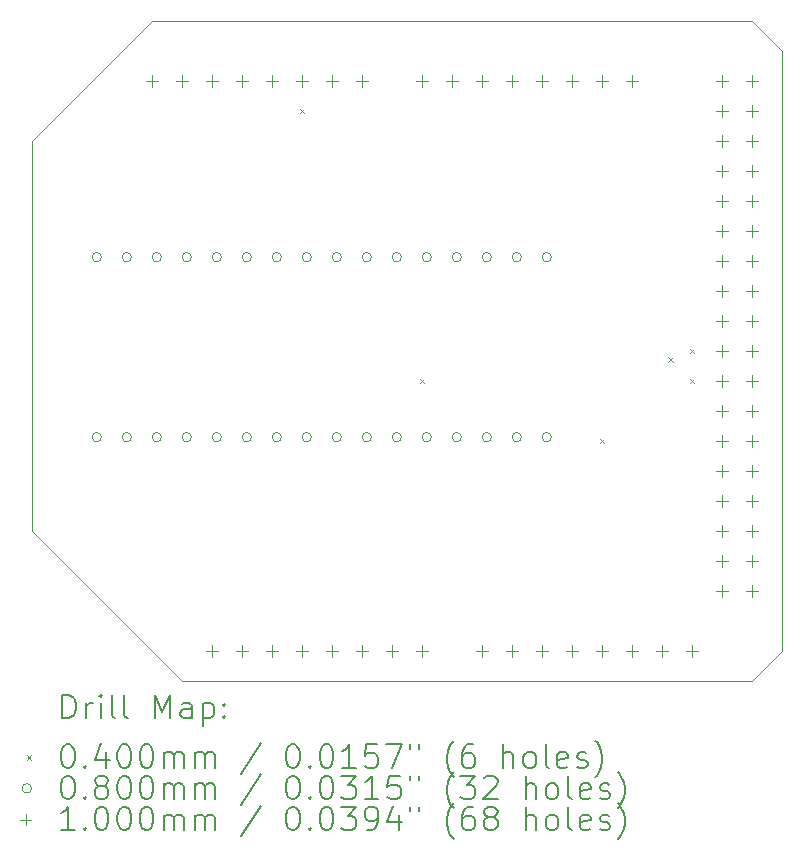
<source format=gbr>
%TF.GenerationSoftware,KiCad,Pcbnew,7.0.10*%
%TF.CreationDate,2024-01-13T22:46:58-05:00*%
%TF.ProjectId,NOR Flasher,4e4f5220-466c-4617-9368-65722e6b6963,rev?*%
%TF.SameCoordinates,Original*%
%TF.FileFunction,Drillmap*%
%TF.FilePolarity,Positive*%
%FSLAX45Y45*%
G04 Gerber Fmt 4.5, Leading zero omitted, Abs format (unit mm)*
G04 Created by KiCad (PCBNEW 7.0.10) date 2024-01-13 22:46:58*
%MOMM*%
%LPD*%
G01*
G04 APERTURE LIST*
%ADD10C,0.100000*%
%ADD11C,0.200000*%
G04 APERTURE END LIST*
D10*
X13208000Y-6350000D02*
X12954000Y-6604000D01*
X18288000Y-6350000D02*
X13208000Y-6350000D01*
X18542000Y-6604000D02*
X18288000Y-6350000D01*
X18542000Y-6858000D02*
X18542000Y-6604000D01*
X18542000Y-6858000D02*
X18542000Y-11684000D01*
X12192000Y-10668000D02*
X12192000Y-7620000D01*
X12192000Y-7366000D02*
X12954000Y-6604000D01*
X12192000Y-7620000D02*
X12192000Y-7366000D01*
X18288000Y-11938000D02*
X13462000Y-11938000D01*
X13462000Y-11938000D02*
X12192000Y-10668000D01*
X18542000Y-11684000D02*
X18288000Y-11938000D01*
D11*
D10*
X14458000Y-7092000D02*
X14498000Y-7132000D01*
X14498000Y-7092000D02*
X14458000Y-7132000D01*
X15474000Y-9378000D02*
X15514000Y-9418000D01*
X15514000Y-9378000D02*
X15474000Y-9418000D01*
X16998000Y-9886000D02*
X17038000Y-9926000D01*
X17038000Y-9886000D02*
X16998000Y-9926000D01*
X17577454Y-9195455D02*
X17617454Y-9235455D01*
X17617454Y-9195455D02*
X17577454Y-9235455D01*
X17760000Y-9124000D02*
X17800000Y-9164000D01*
X17800000Y-9124000D02*
X17760000Y-9164000D01*
X17760000Y-9378000D02*
X17800000Y-9418000D01*
X17800000Y-9378000D02*
X17760000Y-9418000D01*
X12780000Y-8350000D02*
G75*
G03*
X12700000Y-8350000I-40000J0D01*
G01*
X12700000Y-8350000D02*
G75*
G03*
X12780000Y-8350000I40000J0D01*
G01*
X12780000Y-9874000D02*
G75*
G03*
X12700000Y-9874000I-40000J0D01*
G01*
X12700000Y-9874000D02*
G75*
G03*
X12780000Y-9874000I40000J0D01*
G01*
X13034000Y-8350000D02*
G75*
G03*
X12954000Y-8350000I-40000J0D01*
G01*
X12954000Y-8350000D02*
G75*
G03*
X13034000Y-8350000I40000J0D01*
G01*
X13034000Y-9874000D02*
G75*
G03*
X12954000Y-9874000I-40000J0D01*
G01*
X12954000Y-9874000D02*
G75*
G03*
X13034000Y-9874000I40000J0D01*
G01*
X13288000Y-8350000D02*
G75*
G03*
X13208000Y-8350000I-40000J0D01*
G01*
X13208000Y-8350000D02*
G75*
G03*
X13288000Y-8350000I40000J0D01*
G01*
X13288000Y-9874000D02*
G75*
G03*
X13208000Y-9874000I-40000J0D01*
G01*
X13208000Y-9874000D02*
G75*
G03*
X13288000Y-9874000I40000J0D01*
G01*
X13542000Y-8350000D02*
G75*
G03*
X13462000Y-8350000I-40000J0D01*
G01*
X13462000Y-8350000D02*
G75*
G03*
X13542000Y-8350000I40000J0D01*
G01*
X13542000Y-9874000D02*
G75*
G03*
X13462000Y-9874000I-40000J0D01*
G01*
X13462000Y-9874000D02*
G75*
G03*
X13542000Y-9874000I40000J0D01*
G01*
X13796000Y-8350000D02*
G75*
G03*
X13716000Y-8350000I-40000J0D01*
G01*
X13716000Y-8350000D02*
G75*
G03*
X13796000Y-8350000I40000J0D01*
G01*
X13796000Y-9874000D02*
G75*
G03*
X13716000Y-9874000I-40000J0D01*
G01*
X13716000Y-9874000D02*
G75*
G03*
X13796000Y-9874000I40000J0D01*
G01*
X14050000Y-8350000D02*
G75*
G03*
X13970000Y-8350000I-40000J0D01*
G01*
X13970000Y-8350000D02*
G75*
G03*
X14050000Y-8350000I40000J0D01*
G01*
X14050000Y-9874000D02*
G75*
G03*
X13970000Y-9874000I-40000J0D01*
G01*
X13970000Y-9874000D02*
G75*
G03*
X14050000Y-9874000I40000J0D01*
G01*
X14304000Y-8350000D02*
G75*
G03*
X14224000Y-8350000I-40000J0D01*
G01*
X14224000Y-8350000D02*
G75*
G03*
X14304000Y-8350000I40000J0D01*
G01*
X14304000Y-9874000D02*
G75*
G03*
X14224000Y-9874000I-40000J0D01*
G01*
X14224000Y-9874000D02*
G75*
G03*
X14304000Y-9874000I40000J0D01*
G01*
X14558000Y-8350000D02*
G75*
G03*
X14478000Y-8350000I-40000J0D01*
G01*
X14478000Y-8350000D02*
G75*
G03*
X14558000Y-8350000I40000J0D01*
G01*
X14558000Y-9874000D02*
G75*
G03*
X14478000Y-9874000I-40000J0D01*
G01*
X14478000Y-9874000D02*
G75*
G03*
X14558000Y-9874000I40000J0D01*
G01*
X14812000Y-8350000D02*
G75*
G03*
X14732000Y-8350000I-40000J0D01*
G01*
X14732000Y-8350000D02*
G75*
G03*
X14812000Y-8350000I40000J0D01*
G01*
X14812000Y-9874000D02*
G75*
G03*
X14732000Y-9874000I-40000J0D01*
G01*
X14732000Y-9874000D02*
G75*
G03*
X14812000Y-9874000I40000J0D01*
G01*
X15066000Y-8350000D02*
G75*
G03*
X14986000Y-8350000I-40000J0D01*
G01*
X14986000Y-8350000D02*
G75*
G03*
X15066000Y-8350000I40000J0D01*
G01*
X15066000Y-9874000D02*
G75*
G03*
X14986000Y-9874000I-40000J0D01*
G01*
X14986000Y-9874000D02*
G75*
G03*
X15066000Y-9874000I40000J0D01*
G01*
X15320000Y-8350000D02*
G75*
G03*
X15240000Y-8350000I-40000J0D01*
G01*
X15240000Y-8350000D02*
G75*
G03*
X15320000Y-8350000I40000J0D01*
G01*
X15320000Y-9874000D02*
G75*
G03*
X15240000Y-9874000I-40000J0D01*
G01*
X15240000Y-9874000D02*
G75*
G03*
X15320000Y-9874000I40000J0D01*
G01*
X15574000Y-8350000D02*
G75*
G03*
X15494000Y-8350000I-40000J0D01*
G01*
X15494000Y-8350000D02*
G75*
G03*
X15574000Y-8350000I40000J0D01*
G01*
X15574000Y-9874000D02*
G75*
G03*
X15494000Y-9874000I-40000J0D01*
G01*
X15494000Y-9874000D02*
G75*
G03*
X15574000Y-9874000I40000J0D01*
G01*
X15828000Y-8350000D02*
G75*
G03*
X15748000Y-8350000I-40000J0D01*
G01*
X15748000Y-8350000D02*
G75*
G03*
X15828000Y-8350000I40000J0D01*
G01*
X15828000Y-9874000D02*
G75*
G03*
X15748000Y-9874000I-40000J0D01*
G01*
X15748000Y-9874000D02*
G75*
G03*
X15828000Y-9874000I40000J0D01*
G01*
X16082000Y-8350000D02*
G75*
G03*
X16002000Y-8350000I-40000J0D01*
G01*
X16002000Y-8350000D02*
G75*
G03*
X16082000Y-8350000I40000J0D01*
G01*
X16082000Y-9874000D02*
G75*
G03*
X16002000Y-9874000I-40000J0D01*
G01*
X16002000Y-9874000D02*
G75*
G03*
X16082000Y-9874000I40000J0D01*
G01*
X16336000Y-8350000D02*
G75*
G03*
X16256000Y-8350000I-40000J0D01*
G01*
X16256000Y-8350000D02*
G75*
G03*
X16336000Y-8350000I40000J0D01*
G01*
X16336000Y-9874000D02*
G75*
G03*
X16256000Y-9874000I-40000J0D01*
G01*
X16256000Y-9874000D02*
G75*
G03*
X16336000Y-9874000I40000J0D01*
G01*
X16590000Y-8350000D02*
G75*
G03*
X16510000Y-8350000I-40000J0D01*
G01*
X16510000Y-8350000D02*
G75*
G03*
X16590000Y-8350000I40000J0D01*
G01*
X16590000Y-9874000D02*
G75*
G03*
X16510000Y-9874000I-40000J0D01*
G01*
X16510000Y-9874000D02*
G75*
G03*
X16590000Y-9874000I40000J0D01*
G01*
X13208000Y-6808000D02*
X13208000Y-6908000D01*
X13158000Y-6858000D02*
X13258000Y-6858000D01*
X13462000Y-6808000D02*
X13462000Y-6908000D01*
X13412000Y-6858000D02*
X13512000Y-6858000D01*
X13716000Y-6808000D02*
X13716000Y-6908000D01*
X13666000Y-6858000D02*
X13766000Y-6858000D01*
X13716000Y-11634000D02*
X13716000Y-11734000D01*
X13666000Y-11684000D02*
X13766000Y-11684000D01*
X13970000Y-6808000D02*
X13970000Y-6908000D01*
X13920000Y-6858000D02*
X14020000Y-6858000D01*
X13970000Y-11634000D02*
X13970000Y-11734000D01*
X13920000Y-11684000D02*
X14020000Y-11684000D01*
X14224000Y-6808000D02*
X14224000Y-6908000D01*
X14174000Y-6858000D02*
X14274000Y-6858000D01*
X14224000Y-11634000D02*
X14224000Y-11734000D01*
X14174000Y-11684000D02*
X14274000Y-11684000D01*
X14478000Y-6808000D02*
X14478000Y-6908000D01*
X14428000Y-6858000D02*
X14528000Y-6858000D01*
X14478000Y-11634000D02*
X14478000Y-11734000D01*
X14428000Y-11684000D02*
X14528000Y-11684000D01*
X14732000Y-6808000D02*
X14732000Y-6908000D01*
X14682000Y-6858000D02*
X14782000Y-6858000D01*
X14732000Y-11634000D02*
X14732000Y-11734000D01*
X14682000Y-11684000D02*
X14782000Y-11684000D01*
X14986000Y-6808000D02*
X14986000Y-6908000D01*
X14936000Y-6858000D02*
X15036000Y-6858000D01*
X14986000Y-11634000D02*
X14986000Y-11734000D01*
X14936000Y-11684000D02*
X15036000Y-11684000D01*
X15240000Y-11634000D02*
X15240000Y-11734000D01*
X15190000Y-11684000D02*
X15290000Y-11684000D01*
X15494000Y-6808000D02*
X15494000Y-6908000D01*
X15444000Y-6858000D02*
X15544000Y-6858000D01*
X15494000Y-11634000D02*
X15494000Y-11734000D01*
X15444000Y-11684000D02*
X15544000Y-11684000D01*
X15748000Y-6808000D02*
X15748000Y-6908000D01*
X15698000Y-6858000D02*
X15798000Y-6858000D01*
X16002000Y-6808000D02*
X16002000Y-6908000D01*
X15952000Y-6858000D02*
X16052000Y-6858000D01*
X16002000Y-11634000D02*
X16002000Y-11734000D01*
X15952000Y-11684000D02*
X16052000Y-11684000D01*
X16256000Y-6808000D02*
X16256000Y-6908000D01*
X16206000Y-6858000D02*
X16306000Y-6858000D01*
X16256000Y-11634000D02*
X16256000Y-11734000D01*
X16206000Y-11684000D02*
X16306000Y-11684000D01*
X16510000Y-6808000D02*
X16510000Y-6908000D01*
X16460000Y-6858000D02*
X16560000Y-6858000D01*
X16510000Y-11634000D02*
X16510000Y-11734000D01*
X16460000Y-11684000D02*
X16560000Y-11684000D01*
X16764000Y-6808000D02*
X16764000Y-6908000D01*
X16714000Y-6858000D02*
X16814000Y-6858000D01*
X16764000Y-11634000D02*
X16764000Y-11734000D01*
X16714000Y-11684000D02*
X16814000Y-11684000D01*
X17018000Y-6808000D02*
X17018000Y-6908000D01*
X16968000Y-6858000D02*
X17068000Y-6858000D01*
X17018000Y-11634000D02*
X17018000Y-11734000D01*
X16968000Y-11684000D02*
X17068000Y-11684000D01*
X17272000Y-6808000D02*
X17272000Y-6908000D01*
X17222000Y-6858000D02*
X17322000Y-6858000D01*
X17272000Y-11634000D02*
X17272000Y-11734000D01*
X17222000Y-11684000D02*
X17322000Y-11684000D01*
X17526000Y-11634000D02*
X17526000Y-11734000D01*
X17476000Y-11684000D02*
X17576000Y-11684000D01*
X17780000Y-11634000D02*
X17780000Y-11734000D01*
X17730000Y-11684000D02*
X17830000Y-11684000D01*
X18034000Y-6808000D02*
X18034000Y-6908000D01*
X17984000Y-6858000D02*
X18084000Y-6858000D01*
X18034000Y-7062000D02*
X18034000Y-7162000D01*
X17984000Y-7112000D02*
X18084000Y-7112000D01*
X18034000Y-7316000D02*
X18034000Y-7416000D01*
X17984000Y-7366000D02*
X18084000Y-7366000D01*
X18034000Y-7570000D02*
X18034000Y-7670000D01*
X17984000Y-7620000D02*
X18084000Y-7620000D01*
X18034000Y-7824000D02*
X18034000Y-7924000D01*
X17984000Y-7874000D02*
X18084000Y-7874000D01*
X18034000Y-8078000D02*
X18034000Y-8178000D01*
X17984000Y-8128000D02*
X18084000Y-8128000D01*
X18034000Y-8332000D02*
X18034000Y-8432000D01*
X17984000Y-8382000D02*
X18084000Y-8382000D01*
X18034000Y-8586000D02*
X18034000Y-8686000D01*
X17984000Y-8636000D02*
X18084000Y-8636000D01*
X18034000Y-8840000D02*
X18034000Y-8940000D01*
X17984000Y-8890000D02*
X18084000Y-8890000D01*
X18034000Y-9094000D02*
X18034000Y-9194000D01*
X17984000Y-9144000D02*
X18084000Y-9144000D01*
X18034000Y-9348000D02*
X18034000Y-9448000D01*
X17984000Y-9398000D02*
X18084000Y-9398000D01*
X18034000Y-9602000D02*
X18034000Y-9702000D01*
X17984000Y-9652000D02*
X18084000Y-9652000D01*
X18034000Y-9856000D02*
X18034000Y-9956000D01*
X17984000Y-9906000D02*
X18084000Y-9906000D01*
X18034000Y-10110000D02*
X18034000Y-10210000D01*
X17984000Y-10160000D02*
X18084000Y-10160000D01*
X18034000Y-10364000D02*
X18034000Y-10464000D01*
X17984000Y-10414000D02*
X18084000Y-10414000D01*
X18034000Y-10618000D02*
X18034000Y-10718000D01*
X17984000Y-10668000D02*
X18084000Y-10668000D01*
X18034000Y-10872000D02*
X18034000Y-10972000D01*
X17984000Y-10922000D02*
X18084000Y-10922000D01*
X18034000Y-11126000D02*
X18034000Y-11226000D01*
X17984000Y-11176000D02*
X18084000Y-11176000D01*
X18288000Y-6808000D02*
X18288000Y-6908000D01*
X18238000Y-6858000D02*
X18338000Y-6858000D01*
X18288000Y-7062000D02*
X18288000Y-7162000D01*
X18238000Y-7112000D02*
X18338000Y-7112000D01*
X18288000Y-7316000D02*
X18288000Y-7416000D01*
X18238000Y-7366000D02*
X18338000Y-7366000D01*
X18288000Y-7570000D02*
X18288000Y-7670000D01*
X18238000Y-7620000D02*
X18338000Y-7620000D01*
X18288000Y-7824000D02*
X18288000Y-7924000D01*
X18238000Y-7874000D02*
X18338000Y-7874000D01*
X18288000Y-8078000D02*
X18288000Y-8178000D01*
X18238000Y-8128000D02*
X18338000Y-8128000D01*
X18288000Y-8332000D02*
X18288000Y-8432000D01*
X18238000Y-8382000D02*
X18338000Y-8382000D01*
X18288000Y-8586000D02*
X18288000Y-8686000D01*
X18238000Y-8636000D02*
X18338000Y-8636000D01*
X18288000Y-8840000D02*
X18288000Y-8940000D01*
X18238000Y-8890000D02*
X18338000Y-8890000D01*
X18288000Y-9094000D02*
X18288000Y-9194000D01*
X18238000Y-9144000D02*
X18338000Y-9144000D01*
X18288000Y-9348000D02*
X18288000Y-9448000D01*
X18238000Y-9398000D02*
X18338000Y-9398000D01*
X18288000Y-9602000D02*
X18288000Y-9702000D01*
X18238000Y-9652000D02*
X18338000Y-9652000D01*
X18288000Y-9856000D02*
X18288000Y-9956000D01*
X18238000Y-9906000D02*
X18338000Y-9906000D01*
X18288000Y-10110000D02*
X18288000Y-10210000D01*
X18238000Y-10160000D02*
X18338000Y-10160000D01*
X18288000Y-10364000D02*
X18288000Y-10464000D01*
X18238000Y-10414000D02*
X18338000Y-10414000D01*
X18288000Y-10618000D02*
X18288000Y-10718000D01*
X18238000Y-10668000D02*
X18338000Y-10668000D01*
X18288000Y-10872000D02*
X18288000Y-10972000D01*
X18238000Y-10922000D02*
X18338000Y-10922000D01*
X18288000Y-11126000D02*
X18288000Y-11226000D01*
X18238000Y-11176000D02*
X18338000Y-11176000D01*
D11*
X12447777Y-12254484D02*
X12447777Y-12054484D01*
X12447777Y-12054484D02*
X12495396Y-12054484D01*
X12495396Y-12054484D02*
X12523967Y-12064008D01*
X12523967Y-12064008D02*
X12543015Y-12083055D01*
X12543015Y-12083055D02*
X12552539Y-12102103D01*
X12552539Y-12102103D02*
X12562062Y-12140198D01*
X12562062Y-12140198D02*
X12562062Y-12168769D01*
X12562062Y-12168769D02*
X12552539Y-12206865D01*
X12552539Y-12206865D02*
X12543015Y-12225912D01*
X12543015Y-12225912D02*
X12523967Y-12244960D01*
X12523967Y-12244960D02*
X12495396Y-12254484D01*
X12495396Y-12254484D02*
X12447777Y-12254484D01*
X12647777Y-12254484D02*
X12647777Y-12121150D01*
X12647777Y-12159246D02*
X12657301Y-12140198D01*
X12657301Y-12140198D02*
X12666824Y-12130674D01*
X12666824Y-12130674D02*
X12685872Y-12121150D01*
X12685872Y-12121150D02*
X12704920Y-12121150D01*
X12771586Y-12254484D02*
X12771586Y-12121150D01*
X12771586Y-12054484D02*
X12762062Y-12064008D01*
X12762062Y-12064008D02*
X12771586Y-12073531D01*
X12771586Y-12073531D02*
X12781110Y-12064008D01*
X12781110Y-12064008D02*
X12771586Y-12054484D01*
X12771586Y-12054484D02*
X12771586Y-12073531D01*
X12895396Y-12254484D02*
X12876348Y-12244960D01*
X12876348Y-12244960D02*
X12866824Y-12225912D01*
X12866824Y-12225912D02*
X12866824Y-12054484D01*
X13000158Y-12254484D02*
X12981110Y-12244960D01*
X12981110Y-12244960D02*
X12971586Y-12225912D01*
X12971586Y-12225912D02*
X12971586Y-12054484D01*
X13228729Y-12254484D02*
X13228729Y-12054484D01*
X13228729Y-12054484D02*
X13295396Y-12197341D01*
X13295396Y-12197341D02*
X13362062Y-12054484D01*
X13362062Y-12054484D02*
X13362062Y-12254484D01*
X13543015Y-12254484D02*
X13543015Y-12149722D01*
X13543015Y-12149722D02*
X13533491Y-12130674D01*
X13533491Y-12130674D02*
X13514443Y-12121150D01*
X13514443Y-12121150D02*
X13476348Y-12121150D01*
X13476348Y-12121150D02*
X13457301Y-12130674D01*
X13543015Y-12244960D02*
X13523967Y-12254484D01*
X13523967Y-12254484D02*
X13476348Y-12254484D01*
X13476348Y-12254484D02*
X13457301Y-12244960D01*
X13457301Y-12244960D02*
X13447777Y-12225912D01*
X13447777Y-12225912D02*
X13447777Y-12206865D01*
X13447777Y-12206865D02*
X13457301Y-12187817D01*
X13457301Y-12187817D02*
X13476348Y-12178293D01*
X13476348Y-12178293D02*
X13523967Y-12178293D01*
X13523967Y-12178293D02*
X13543015Y-12168769D01*
X13638253Y-12121150D02*
X13638253Y-12321150D01*
X13638253Y-12130674D02*
X13657301Y-12121150D01*
X13657301Y-12121150D02*
X13695396Y-12121150D01*
X13695396Y-12121150D02*
X13714443Y-12130674D01*
X13714443Y-12130674D02*
X13723967Y-12140198D01*
X13723967Y-12140198D02*
X13733491Y-12159246D01*
X13733491Y-12159246D02*
X13733491Y-12216388D01*
X13733491Y-12216388D02*
X13723967Y-12235436D01*
X13723967Y-12235436D02*
X13714443Y-12244960D01*
X13714443Y-12244960D02*
X13695396Y-12254484D01*
X13695396Y-12254484D02*
X13657301Y-12254484D01*
X13657301Y-12254484D02*
X13638253Y-12244960D01*
X13819205Y-12235436D02*
X13828729Y-12244960D01*
X13828729Y-12244960D02*
X13819205Y-12254484D01*
X13819205Y-12254484D02*
X13809682Y-12244960D01*
X13809682Y-12244960D02*
X13819205Y-12235436D01*
X13819205Y-12235436D02*
X13819205Y-12254484D01*
X13819205Y-12130674D02*
X13828729Y-12140198D01*
X13828729Y-12140198D02*
X13819205Y-12149722D01*
X13819205Y-12149722D02*
X13809682Y-12140198D01*
X13809682Y-12140198D02*
X13819205Y-12130674D01*
X13819205Y-12130674D02*
X13819205Y-12149722D01*
D10*
X12147000Y-12563000D02*
X12187000Y-12603000D01*
X12187000Y-12563000D02*
X12147000Y-12603000D01*
D11*
X12485872Y-12474484D02*
X12504920Y-12474484D01*
X12504920Y-12474484D02*
X12523967Y-12484008D01*
X12523967Y-12484008D02*
X12533491Y-12493531D01*
X12533491Y-12493531D02*
X12543015Y-12512579D01*
X12543015Y-12512579D02*
X12552539Y-12550674D01*
X12552539Y-12550674D02*
X12552539Y-12598293D01*
X12552539Y-12598293D02*
X12543015Y-12636388D01*
X12543015Y-12636388D02*
X12533491Y-12655436D01*
X12533491Y-12655436D02*
X12523967Y-12664960D01*
X12523967Y-12664960D02*
X12504920Y-12674484D01*
X12504920Y-12674484D02*
X12485872Y-12674484D01*
X12485872Y-12674484D02*
X12466824Y-12664960D01*
X12466824Y-12664960D02*
X12457301Y-12655436D01*
X12457301Y-12655436D02*
X12447777Y-12636388D01*
X12447777Y-12636388D02*
X12438253Y-12598293D01*
X12438253Y-12598293D02*
X12438253Y-12550674D01*
X12438253Y-12550674D02*
X12447777Y-12512579D01*
X12447777Y-12512579D02*
X12457301Y-12493531D01*
X12457301Y-12493531D02*
X12466824Y-12484008D01*
X12466824Y-12484008D02*
X12485872Y-12474484D01*
X12638253Y-12655436D02*
X12647777Y-12664960D01*
X12647777Y-12664960D02*
X12638253Y-12674484D01*
X12638253Y-12674484D02*
X12628729Y-12664960D01*
X12628729Y-12664960D02*
X12638253Y-12655436D01*
X12638253Y-12655436D02*
X12638253Y-12674484D01*
X12819205Y-12541150D02*
X12819205Y-12674484D01*
X12771586Y-12464960D02*
X12723967Y-12607817D01*
X12723967Y-12607817D02*
X12847777Y-12607817D01*
X12962062Y-12474484D02*
X12981110Y-12474484D01*
X12981110Y-12474484D02*
X13000158Y-12484008D01*
X13000158Y-12484008D02*
X13009682Y-12493531D01*
X13009682Y-12493531D02*
X13019205Y-12512579D01*
X13019205Y-12512579D02*
X13028729Y-12550674D01*
X13028729Y-12550674D02*
X13028729Y-12598293D01*
X13028729Y-12598293D02*
X13019205Y-12636388D01*
X13019205Y-12636388D02*
X13009682Y-12655436D01*
X13009682Y-12655436D02*
X13000158Y-12664960D01*
X13000158Y-12664960D02*
X12981110Y-12674484D01*
X12981110Y-12674484D02*
X12962062Y-12674484D01*
X12962062Y-12674484D02*
X12943015Y-12664960D01*
X12943015Y-12664960D02*
X12933491Y-12655436D01*
X12933491Y-12655436D02*
X12923967Y-12636388D01*
X12923967Y-12636388D02*
X12914443Y-12598293D01*
X12914443Y-12598293D02*
X12914443Y-12550674D01*
X12914443Y-12550674D02*
X12923967Y-12512579D01*
X12923967Y-12512579D02*
X12933491Y-12493531D01*
X12933491Y-12493531D02*
X12943015Y-12484008D01*
X12943015Y-12484008D02*
X12962062Y-12474484D01*
X13152539Y-12474484D02*
X13171586Y-12474484D01*
X13171586Y-12474484D02*
X13190634Y-12484008D01*
X13190634Y-12484008D02*
X13200158Y-12493531D01*
X13200158Y-12493531D02*
X13209682Y-12512579D01*
X13209682Y-12512579D02*
X13219205Y-12550674D01*
X13219205Y-12550674D02*
X13219205Y-12598293D01*
X13219205Y-12598293D02*
X13209682Y-12636388D01*
X13209682Y-12636388D02*
X13200158Y-12655436D01*
X13200158Y-12655436D02*
X13190634Y-12664960D01*
X13190634Y-12664960D02*
X13171586Y-12674484D01*
X13171586Y-12674484D02*
X13152539Y-12674484D01*
X13152539Y-12674484D02*
X13133491Y-12664960D01*
X13133491Y-12664960D02*
X13123967Y-12655436D01*
X13123967Y-12655436D02*
X13114443Y-12636388D01*
X13114443Y-12636388D02*
X13104920Y-12598293D01*
X13104920Y-12598293D02*
X13104920Y-12550674D01*
X13104920Y-12550674D02*
X13114443Y-12512579D01*
X13114443Y-12512579D02*
X13123967Y-12493531D01*
X13123967Y-12493531D02*
X13133491Y-12484008D01*
X13133491Y-12484008D02*
X13152539Y-12474484D01*
X13304920Y-12674484D02*
X13304920Y-12541150D01*
X13304920Y-12560198D02*
X13314443Y-12550674D01*
X13314443Y-12550674D02*
X13333491Y-12541150D01*
X13333491Y-12541150D02*
X13362063Y-12541150D01*
X13362063Y-12541150D02*
X13381110Y-12550674D01*
X13381110Y-12550674D02*
X13390634Y-12569722D01*
X13390634Y-12569722D02*
X13390634Y-12674484D01*
X13390634Y-12569722D02*
X13400158Y-12550674D01*
X13400158Y-12550674D02*
X13419205Y-12541150D01*
X13419205Y-12541150D02*
X13447777Y-12541150D01*
X13447777Y-12541150D02*
X13466824Y-12550674D01*
X13466824Y-12550674D02*
X13476348Y-12569722D01*
X13476348Y-12569722D02*
X13476348Y-12674484D01*
X13571586Y-12674484D02*
X13571586Y-12541150D01*
X13571586Y-12560198D02*
X13581110Y-12550674D01*
X13581110Y-12550674D02*
X13600158Y-12541150D01*
X13600158Y-12541150D02*
X13628729Y-12541150D01*
X13628729Y-12541150D02*
X13647777Y-12550674D01*
X13647777Y-12550674D02*
X13657301Y-12569722D01*
X13657301Y-12569722D02*
X13657301Y-12674484D01*
X13657301Y-12569722D02*
X13666824Y-12550674D01*
X13666824Y-12550674D02*
X13685872Y-12541150D01*
X13685872Y-12541150D02*
X13714443Y-12541150D01*
X13714443Y-12541150D02*
X13733491Y-12550674D01*
X13733491Y-12550674D02*
X13743015Y-12569722D01*
X13743015Y-12569722D02*
X13743015Y-12674484D01*
X14133491Y-12464960D02*
X13962063Y-12722103D01*
X14390634Y-12474484D02*
X14409682Y-12474484D01*
X14409682Y-12474484D02*
X14428729Y-12484008D01*
X14428729Y-12484008D02*
X14438253Y-12493531D01*
X14438253Y-12493531D02*
X14447777Y-12512579D01*
X14447777Y-12512579D02*
X14457301Y-12550674D01*
X14457301Y-12550674D02*
X14457301Y-12598293D01*
X14457301Y-12598293D02*
X14447777Y-12636388D01*
X14447777Y-12636388D02*
X14438253Y-12655436D01*
X14438253Y-12655436D02*
X14428729Y-12664960D01*
X14428729Y-12664960D02*
X14409682Y-12674484D01*
X14409682Y-12674484D02*
X14390634Y-12674484D01*
X14390634Y-12674484D02*
X14371586Y-12664960D01*
X14371586Y-12664960D02*
X14362063Y-12655436D01*
X14362063Y-12655436D02*
X14352539Y-12636388D01*
X14352539Y-12636388D02*
X14343015Y-12598293D01*
X14343015Y-12598293D02*
X14343015Y-12550674D01*
X14343015Y-12550674D02*
X14352539Y-12512579D01*
X14352539Y-12512579D02*
X14362063Y-12493531D01*
X14362063Y-12493531D02*
X14371586Y-12484008D01*
X14371586Y-12484008D02*
X14390634Y-12474484D01*
X14543015Y-12655436D02*
X14552539Y-12664960D01*
X14552539Y-12664960D02*
X14543015Y-12674484D01*
X14543015Y-12674484D02*
X14533491Y-12664960D01*
X14533491Y-12664960D02*
X14543015Y-12655436D01*
X14543015Y-12655436D02*
X14543015Y-12674484D01*
X14676348Y-12474484D02*
X14695396Y-12474484D01*
X14695396Y-12474484D02*
X14714444Y-12484008D01*
X14714444Y-12484008D02*
X14723967Y-12493531D01*
X14723967Y-12493531D02*
X14733491Y-12512579D01*
X14733491Y-12512579D02*
X14743015Y-12550674D01*
X14743015Y-12550674D02*
X14743015Y-12598293D01*
X14743015Y-12598293D02*
X14733491Y-12636388D01*
X14733491Y-12636388D02*
X14723967Y-12655436D01*
X14723967Y-12655436D02*
X14714444Y-12664960D01*
X14714444Y-12664960D02*
X14695396Y-12674484D01*
X14695396Y-12674484D02*
X14676348Y-12674484D01*
X14676348Y-12674484D02*
X14657301Y-12664960D01*
X14657301Y-12664960D02*
X14647777Y-12655436D01*
X14647777Y-12655436D02*
X14638253Y-12636388D01*
X14638253Y-12636388D02*
X14628729Y-12598293D01*
X14628729Y-12598293D02*
X14628729Y-12550674D01*
X14628729Y-12550674D02*
X14638253Y-12512579D01*
X14638253Y-12512579D02*
X14647777Y-12493531D01*
X14647777Y-12493531D02*
X14657301Y-12484008D01*
X14657301Y-12484008D02*
X14676348Y-12474484D01*
X14933491Y-12674484D02*
X14819206Y-12674484D01*
X14876348Y-12674484D02*
X14876348Y-12474484D01*
X14876348Y-12474484D02*
X14857301Y-12503055D01*
X14857301Y-12503055D02*
X14838253Y-12522103D01*
X14838253Y-12522103D02*
X14819206Y-12531627D01*
X15114444Y-12474484D02*
X15019206Y-12474484D01*
X15019206Y-12474484D02*
X15009682Y-12569722D01*
X15009682Y-12569722D02*
X15019206Y-12560198D01*
X15019206Y-12560198D02*
X15038253Y-12550674D01*
X15038253Y-12550674D02*
X15085872Y-12550674D01*
X15085872Y-12550674D02*
X15104920Y-12560198D01*
X15104920Y-12560198D02*
X15114444Y-12569722D01*
X15114444Y-12569722D02*
X15123967Y-12588769D01*
X15123967Y-12588769D02*
X15123967Y-12636388D01*
X15123967Y-12636388D02*
X15114444Y-12655436D01*
X15114444Y-12655436D02*
X15104920Y-12664960D01*
X15104920Y-12664960D02*
X15085872Y-12674484D01*
X15085872Y-12674484D02*
X15038253Y-12674484D01*
X15038253Y-12674484D02*
X15019206Y-12664960D01*
X15019206Y-12664960D02*
X15009682Y-12655436D01*
X15190634Y-12474484D02*
X15323967Y-12474484D01*
X15323967Y-12474484D02*
X15238253Y-12674484D01*
X15390634Y-12474484D02*
X15390634Y-12512579D01*
X15466825Y-12474484D02*
X15466825Y-12512579D01*
X15762063Y-12750674D02*
X15752539Y-12741150D01*
X15752539Y-12741150D02*
X15733491Y-12712579D01*
X15733491Y-12712579D02*
X15723968Y-12693531D01*
X15723968Y-12693531D02*
X15714444Y-12664960D01*
X15714444Y-12664960D02*
X15704920Y-12617341D01*
X15704920Y-12617341D02*
X15704920Y-12579246D01*
X15704920Y-12579246D02*
X15714444Y-12531627D01*
X15714444Y-12531627D02*
X15723968Y-12503055D01*
X15723968Y-12503055D02*
X15733491Y-12484008D01*
X15733491Y-12484008D02*
X15752539Y-12455436D01*
X15752539Y-12455436D02*
X15762063Y-12445912D01*
X15923968Y-12474484D02*
X15885872Y-12474484D01*
X15885872Y-12474484D02*
X15866825Y-12484008D01*
X15866825Y-12484008D02*
X15857301Y-12493531D01*
X15857301Y-12493531D02*
X15838253Y-12522103D01*
X15838253Y-12522103D02*
X15828729Y-12560198D01*
X15828729Y-12560198D02*
X15828729Y-12636388D01*
X15828729Y-12636388D02*
X15838253Y-12655436D01*
X15838253Y-12655436D02*
X15847777Y-12664960D01*
X15847777Y-12664960D02*
X15866825Y-12674484D01*
X15866825Y-12674484D02*
X15904920Y-12674484D01*
X15904920Y-12674484D02*
X15923968Y-12664960D01*
X15923968Y-12664960D02*
X15933491Y-12655436D01*
X15933491Y-12655436D02*
X15943015Y-12636388D01*
X15943015Y-12636388D02*
X15943015Y-12588769D01*
X15943015Y-12588769D02*
X15933491Y-12569722D01*
X15933491Y-12569722D02*
X15923968Y-12560198D01*
X15923968Y-12560198D02*
X15904920Y-12550674D01*
X15904920Y-12550674D02*
X15866825Y-12550674D01*
X15866825Y-12550674D02*
X15847777Y-12560198D01*
X15847777Y-12560198D02*
X15838253Y-12569722D01*
X15838253Y-12569722D02*
X15828729Y-12588769D01*
X16181110Y-12674484D02*
X16181110Y-12474484D01*
X16266825Y-12674484D02*
X16266825Y-12569722D01*
X16266825Y-12569722D02*
X16257301Y-12550674D01*
X16257301Y-12550674D02*
X16238253Y-12541150D01*
X16238253Y-12541150D02*
X16209682Y-12541150D01*
X16209682Y-12541150D02*
X16190634Y-12550674D01*
X16190634Y-12550674D02*
X16181110Y-12560198D01*
X16390634Y-12674484D02*
X16371587Y-12664960D01*
X16371587Y-12664960D02*
X16362063Y-12655436D01*
X16362063Y-12655436D02*
X16352539Y-12636388D01*
X16352539Y-12636388D02*
X16352539Y-12579246D01*
X16352539Y-12579246D02*
X16362063Y-12560198D01*
X16362063Y-12560198D02*
X16371587Y-12550674D01*
X16371587Y-12550674D02*
X16390634Y-12541150D01*
X16390634Y-12541150D02*
X16419206Y-12541150D01*
X16419206Y-12541150D02*
X16438253Y-12550674D01*
X16438253Y-12550674D02*
X16447777Y-12560198D01*
X16447777Y-12560198D02*
X16457301Y-12579246D01*
X16457301Y-12579246D02*
X16457301Y-12636388D01*
X16457301Y-12636388D02*
X16447777Y-12655436D01*
X16447777Y-12655436D02*
X16438253Y-12664960D01*
X16438253Y-12664960D02*
X16419206Y-12674484D01*
X16419206Y-12674484D02*
X16390634Y-12674484D01*
X16571587Y-12674484D02*
X16552539Y-12664960D01*
X16552539Y-12664960D02*
X16543015Y-12645912D01*
X16543015Y-12645912D02*
X16543015Y-12474484D01*
X16723968Y-12664960D02*
X16704920Y-12674484D01*
X16704920Y-12674484D02*
X16666825Y-12674484D01*
X16666825Y-12674484D02*
X16647777Y-12664960D01*
X16647777Y-12664960D02*
X16638253Y-12645912D01*
X16638253Y-12645912D02*
X16638253Y-12569722D01*
X16638253Y-12569722D02*
X16647777Y-12550674D01*
X16647777Y-12550674D02*
X16666825Y-12541150D01*
X16666825Y-12541150D02*
X16704920Y-12541150D01*
X16704920Y-12541150D02*
X16723968Y-12550674D01*
X16723968Y-12550674D02*
X16733491Y-12569722D01*
X16733491Y-12569722D02*
X16733491Y-12588769D01*
X16733491Y-12588769D02*
X16638253Y-12607817D01*
X16809682Y-12664960D02*
X16828730Y-12674484D01*
X16828730Y-12674484D02*
X16866825Y-12674484D01*
X16866825Y-12674484D02*
X16885873Y-12664960D01*
X16885873Y-12664960D02*
X16895396Y-12645912D01*
X16895396Y-12645912D02*
X16895396Y-12636388D01*
X16895396Y-12636388D02*
X16885873Y-12617341D01*
X16885873Y-12617341D02*
X16866825Y-12607817D01*
X16866825Y-12607817D02*
X16838253Y-12607817D01*
X16838253Y-12607817D02*
X16819206Y-12598293D01*
X16819206Y-12598293D02*
X16809682Y-12579246D01*
X16809682Y-12579246D02*
X16809682Y-12569722D01*
X16809682Y-12569722D02*
X16819206Y-12550674D01*
X16819206Y-12550674D02*
X16838253Y-12541150D01*
X16838253Y-12541150D02*
X16866825Y-12541150D01*
X16866825Y-12541150D02*
X16885873Y-12550674D01*
X16962063Y-12750674D02*
X16971587Y-12741150D01*
X16971587Y-12741150D02*
X16990634Y-12712579D01*
X16990634Y-12712579D02*
X17000158Y-12693531D01*
X17000158Y-12693531D02*
X17009682Y-12664960D01*
X17009682Y-12664960D02*
X17019206Y-12617341D01*
X17019206Y-12617341D02*
X17019206Y-12579246D01*
X17019206Y-12579246D02*
X17009682Y-12531627D01*
X17009682Y-12531627D02*
X17000158Y-12503055D01*
X17000158Y-12503055D02*
X16990634Y-12484008D01*
X16990634Y-12484008D02*
X16971587Y-12455436D01*
X16971587Y-12455436D02*
X16962063Y-12445912D01*
D10*
X12187000Y-12847000D02*
G75*
G03*
X12107000Y-12847000I-40000J0D01*
G01*
X12107000Y-12847000D02*
G75*
G03*
X12187000Y-12847000I40000J0D01*
G01*
D11*
X12485872Y-12738484D02*
X12504920Y-12738484D01*
X12504920Y-12738484D02*
X12523967Y-12748008D01*
X12523967Y-12748008D02*
X12533491Y-12757531D01*
X12533491Y-12757531D02*
X12543015Y-12776579D01*
X12543015Y-12776579D02*
X12552539Y-12814674D01*
X12552539Y-12814674D02*
X12552539Y-12862293D01*
X12552539Y-12862293D02*
X12543015Y-12900388D01*
X12543015Y-12900388D02*
X12533491Y-12919436D01*
X12533491Y-12919436D02*
X12523967Y-12928960D01*
X12523967Y-12928960D02*
X12504920Y-12938484D01*
X12504920Y-12938484D02*
X12485872Y-12938484D01*
X12485872Y-12938484D02*
X12466824Y-12928960D01*
X12466824Y-12928960D02*
X12457301Y-12919436D01*
X12457301Y-12919436D02*
X12447777Y-12900388D01*
X12447777Y-12900388D02*
X12438253Y-12862293D01*
X12438253Y-12862293D02*
X12438253Y-12814674D01*
X12438253Y-12814674D02*
X12447777Y-12776579D01*
X12447777Y-12776579D02*
X12457301Y-12757531D01*
X12457301Y-12757531D02*
X12466824Y-12748008D01*
X12466824Y-12748008D02*
X12485872Y-12738484D01*
X12638253Y-12919436D02*
X12647777Y-12928960D01*
X12647777Y-12928960D02*
X12638253Y-12938484D01*
X12638253Y-12938484D02*
X12628729Y-12928960D01*
X12628729Y-12928960D02*
X12638253Y-12919436D01*
X12638253Y-12919436D02*
X12638253Y-12938484D01*
X12762062Y-12824198D02*
X12743015Y-12814674D01*
X12743015Y-12814674D02*
X12733491Y-12805150D01*
X12733491Y-12805150D02*
X12723967Y-12786103D01*
X12723967Y-12786103D02*
X12723967Y-12776579D01*
X12723967Y-12776579D02*
X12733491Y-12757531D01*
X12733491Y-12757531D02*
X12743015Y-12748008D01*
X12743015Y-12748008D02*
X12762062Y-12738484D01*
X12762062Y-12738484D02*
X12800158Y-12738484D01*
X12800158Y-12738484D02*
X12819205Y-12748008D01*
X12819205Y-12748008D02*
X12828729Y-12757531D01*
X12828729Y-12757531D02*
X12838253Y-12776579D01*
X12838253Y-12776579D02*
X12838253Y-12786103D01*
X12838253Y-12786103D02*
X12828729Y-12805150D01*
X12828729Y-12805150D02*
X12819205Y-12814674D01*
X12819205Y-12814674D02*
X12800158Y-12824198D01*
X12800158Y-12824198D02*
X12762062Y-12824198D01*
X12762062Y-12824198D02*
X12743015Y-12833722D01*
X12743015Y-12833722D02*
X12733491Y-12843246D01*
X12733491Y-12843246D02*
X12723967Y-12862293D01*
X12723967Y-12862293D02*
X12723967Y-12900388D01*
X12723967Y-12900388D02*
X12733491Y-12919436D01*
X12733491Y-12919436D02*
X12743015Y-12928960D01*
X12743015Y-12928960D02*
X12762062Y-12938484D01*
X12762062Y-12938484D02*
X12800158Y-12938484D01*
X12800158Y-12938484D02*
X12819205Y-12928960D01*
X12819205Y-12928960D02*
X12828729Y-12919436D01*
X12828729Y-12919436D02*
X12838253Y-12900388D01*
X12838253Y-12900388D02*
X12838253Y-12862293D01*
X12838253Y-12862293D02*
X12828729Y-12843246D01*
X12828729Y-12843246D02*
X12819205Y-12833722D01*
X12819205Y-12833722D02*
X12800158Y-12824198D01*
X12962062Y-12738484D02*
X12981110Y-12738484D01*
X12981110Y-12738484D02*
X13000158Y-12748008D01*
X13000158Y-12748008D02*
X13009682Y-12757531D01*
X13009682Y-12757531D02*
X13019205Y-12776579D01*
X13019205Y-12776579D02*
X13028729Y-12814674D01*
X13028729Y-12814674D02*
X13028729Y-12862293D01*
X13028729Y-12862293D02*
X13019205Y-12900388D01*
X13019205Y-12900388D02*
X13009682Y-12919436D01*
X13009682Y-12919436D02*
X13000158Y-12928960D01*
X13000158Y-12928960D02*
X12981110Y-12938484D01*
X12981110Y-12938484D02*
X12962062Y-12938484D01*
X12962062Y-12938484D02*
X12943015Y-12928960D01*
X12943015Y-12928960D02*
X12933491Y-12919436D01*
X12933491Y-12919436D02*
X12923967Y-12900388D01*
X12923967Y-12900388D02*
X12914443Y-12862293D01*
X12914443Y-12862293D02*
X12914443Y-12814674D01*
X12914443Y-12814674D02*
X12923967Y-12776579D01*
X12923967Y-12776579D02*
X12933491Y-12757531D01*
X12933491Y-12757531D02*
X12943015Y-12748008D01*
X12943015Y-12748008D02*
X12962062Y-12738484D01*
X13152539Y-12738484D02*
X13171586Y-12738484D01*
X13171586Y-12738484D02*
X13190634Y-12748008D01*
X13190634Y-12748008D02*
X13200158Y-12757531D01*
X13200158Y-12757531D02*
X13209682Y-12776579D01*
X13209682Y-12776579D02*
X13219205Y-12814674D01*
X13219205Y-12814674D02*
X13219205Y-12862293D01*
X13219205Y-12862293D02*
X13209682Y-12900388D01*
X13209682Y-12900388D02*
X13200158Y-12919436D01*
X13200158Y-12919436D02*
X13190634Y-12928960D01*
X13190634Y-12928960D02*
X13171586Y-12938484D01*
X13171586Y-12938484D02*
X13152539Y-12938484D01*
X13152539Y-12938484D02*
X13133491Y-12928960D01*
X13133491Y-12928960D02*
X13123967Y-12919436D01*
X13123967Y-12919436D02*
X13114443Y-12900388D01*
X13114443Y-12900388D02*
X13104920Y-12862293D01*
X13104920Y-12862293D02*
X13104920Y-12814674D01*
X13104920Y-12814674D02*
X13114443Y-12776579D01*
X13114443Y-12776579D02*
X13123967Y-12757531D01*
X13123967Y-12757531D02*
X13133491Y-12748008D01*
X13133491Y-12748008D02*
X13152539Y-12738484D01*
X13304920Y-12938484D02*
X13304920Y-12805150D01*
X13304920Y-12824198D02*
X13314443Y-12814674D01*
X13314443Y-12814674D02*
X13333491Y-12805150D01*
X13333491Y-12805150D02*
X13362063Y-12805150D01*
X13362063Y-12805150D02*
X13381110Y-12814674D01*
X13381110Y-12814674D02*
X13390634Y-12833722D01*
X13390634Y-12833722D02*
X13390634Y-12938484D01*
X13390634Y-12833722D02*
X13400158Y-12814674D01*
X13400158Y-12814674D02*
X13419205Y-12805150D01*
X13419205Y-12805150D02*
X13447777Y-12805150D01*
X13447777Y-12805150D02*
X13466824Y-12814674D01*
X13466824Y-12814674D02*
X13476348Y-12833722D01*
X13476348Y-12833722D02*
X13476348Y-12938484D01*
X13571586Y-12938484D02*
X13571586Y-12805150D01*
X13571586Y-12824198D02*
X13581110Y-12814674D01*
X13581110Y-12814674D02*
X13600158Y-12805150D01*
X13600158Y-12805150D02*
X13628729Y-12805150D01*
X13628729Y-12805150D02*
X13647777Y-12814674D01*
X13647777Y-12814674D02*
X13657301Y-12833722D01*
X13657301Y-12833722D02*
X13657301Y-12938484D01*
X13657301Y-12833722D02*
X13666824Y-12814674D01*
X13666824Y-12814674D02*
X13685872Y-12805150D01*
X13685872Y-12805150D02*
X13714443Y-12805150D01*
X13714443Y-12805150D02*
X13733491Y-12814674D01*
X13733491Y-12814674D02*
X13743015Y-12833722D01*
X13743015Y-12833722D02*
X13743015Y-12938484D01*
X14133491Y-12728960D02*
X13962063Y-12986103D01*
X14390634Y-12738484D02*
X14409682Y-12738484D01*
X14409682Y-12738484D02*
X14428729Y-12748008D01*
X14428729Y-12748008D02*
X14438253Y-12757531D01*
X14438253Y-12757531D02*
X14447777Y-12776579D01*
X14447777Y-12776579D02*
X14457301Y-12814674D01*
X14457301Y-12814674D02*
X14457301Y-12862293D01*
X14457301Y-12862293D02*
X14447777Y-12900388D01*
X14447777Y-12900388D02*
X14438253Y-12919436D01*
X14438253Y-12919436D02*
X14428729Y-12928960D01*
X14428729Y-12928960D02*
X14409682Y-12938484D01*
X14409682Y-12938484D02*
X14390634Y-12938484D01*
X14390634Y-12938484D02*
X14371586Y-12928960D01*
X14371586Y-12928960D02*
X14362063Y-12919436D01*
X14362063Y-12919436D02*
X14352539Y-12900388D01*
X14352539Y-12900388D02*
X14343015Y-12862293D01*
X14343015Y-12862293D02*
X14343015Y-12814674D01*
X14343015Y-12814674D02*
X14352539Y-12776579D01*
X14352539Y-12776579D02*
X14362063Y-12757531D01*
X14362063Y-12757531D02*
X14371586Y-12748008D01*
X14371586Y-12748008D02*
X14390634Y-12738484D01*
X14543015Y-12919436D02*
X14552539Y-12928960D01*
X14552539Y-12928960D02*
X14543015Y-12938484D01*
X14543015Y-12938484D02*
X14533491Y-12928960D01*
X14533491Y-12928960D02*
X14543015Y-12919436D01*
X14543015Y-12919436D02*
X14543015Y-12938484D01*
X14676348Y-12738484D02*
X14695396Y-12738484D01*
X14695396Y-12738484D02*
X14714444Y-12748008D01*
X14714444Y-12748008D02*
X14723967Y-12757531D01*
X14723967Y-12757531D02*
X14733491Y-12776579D01*
X14733491Y-12776579D02*
X14743015Y-12814674D01*
X14743015Y-12814674D02*
X14743015Y-12862293D01*
X14743015Y-12862293D02*
X14733491Y-12900388D01*
X14733491Y-12900388D02*
X14723967Y-12919436D01*
X14723967Y-12919436D02*
X14714444Y-12928960D01*
X14714444Y-12928960D02*
X14695396Y-12938484D01*
X14695396Y-12938484D02*
X14676348Y-12938484D01*
X14676348Y-12938484D02*
X14657301Y-12928960D01*
X14657301Y-12928960D02*
X14647777Y-12919436D01*
X14647777Y-12919436D02*
X14638253Y-12900388D01*
X14638253Y-12900388D02*
X14628729Y-12862293D01*
X14628729Y-12862293D02*
X14628729Y-12814674D01*
X14628729Y-12814674D02*
X14638253Y-12776579D01*
X14638253Y-12776579D02*
X14647777Y-12757531D01*
X14647777Y-12757531D02*
X14657301Y-12748008D01*
X14657301Y-12748008D02*
X14676348Y-12738484D01*
X14809682Y-12738484D02*
X14933491Y-12738484D01*
X14933491Y-12738484D02*
X14866825Y-12814674D01*
X14866825Y-12814674D02*
X14895396Y-12814674D01*
X14895396Y-12814674D02*
X14914444Y-12824198D01*
X14914444Y-12824198D02*
X14923967Y-12833722D01*
X14923967Y-12833722D02*
X14933491Y-12852769D01*
X14933491Y-12852769D02*
X14933491Y-12900388D01*
X14933491Y-12900388D02*
X14923967Y-12919436D01*
X14923967Y-12919436D02*
X14914444Y-12928960D01*
X14914444Y-12928960D02*
X14895396Y-12938484D01*
X14895396Y-12938484D02*
X14838253Y-12938484D01*
X14838253Y-12938484D02*
X14819206Y-12928960D01*
X14819206Y-12928960D02*
X14809682Y-12919436D01*
X15123967Y-12938484D02*
X15009682Y-12938484D01*
X15066825Y-12938484D02*
X15066825Y-12738484D01*
X15066825Y-12738484D02*
X15047777Y-12767055D01*
X15047777Y-12767055D02*
X15028729Y-12786103D01*
X15028729Y-12786103D02*
X15009682Y-12795627D01*
X15304920Y-12738484D02*
X15209682Y-12738484D01*
X15209682Y-12738484D02*
X15200158Y-12833722D01*
X15200158Y-12833722D02*
X15209682Y-12824198D01*
X15209682Y-12824198D02*
X15228729Y-12814674D01*
X15228729Y-12814674D02*
X15276348Y-12814674D01*
X15276348Y-12814674D02*
X15295396Y-12824198D01*
X15295396Y-12824198D02*
X15304920Y-12833722D01*
X15304920Y-12833722D02*
X15314444Y-12852769D01*
X15314444Y-12852769D02*
X15314444Y-12900388D01*
X15314444Y-12900388D02*
X15304920Y-12919436D01*
X15304920Y-12919436D02*
X15295396Y-12928960D01*
X15295396Y-12928960D02*
X15276348Y-12938484D01*
X15276348Y-12938484D02*
X15228729Y-12938484D01*
X15228729Y-12938484D02*
X15209682Y-12928960D01*
X15209682Y-12928960D02*
X15200158Y-12919436D01*
X15390634Y-12738484D02*
X15390634Y-12776579D01*
X15466825Y-12738484D02*
X15466825Y-12776579D01*
X15762063Y-13014674D02*
X15752539Y-13005150D01*
X15752539Y-13005150D02*
X15733491Y-12976579D01*
X15733491Y-12976579D02*
X15723968Y-12957531D01*
X15723968Y-12957531D02*
X15714444Y-12928960D01*
X15714444Y-12928960D02*
X15704920Y-12881341D01*
X15704920Y-12881341D02*
X15704920Y-12843246D01*
X15704920Y-12843246D02*
X15714444Y-12795627D01*
X15714444Y-12795627D02*
X15723968Y-12767055D01*
X15723968Y-12767055D02*
X15733491Y-12748008D01*
X15733491Y-12748008D02*
X15752539Y-12719436D01*
X15752539Y-12719436D02*
X15762063Y-12709912D01*
X15819206Y-12738484D02*
X15943015Y-12738484D01*
X15943015Y-12738484D02*
X15876348Y-12814674D01*
X15876348Y-12814674D02*
X15904920Y-12814674D01*
X15904920Y-12814674D02*
X15923968Y-12824198D01*
X15923968Y-12824198D02*
X15933491Y-12833722D01*
X15933491Y-12833722D02*
X15943015Y-12852769D01*
X15943015Y-12852769D02*
X15943015Y-12900388D01*
X15943015Y-12900388D02*
X15933491Y-12919436D01*
X15933491Y-12919436D02*
X15923968Y-12928960D01*
X15923968Y-12928960D02*
X15904920Y-12938484D01*
X15904920Y-12938484D02*
X15847777Y-12938484D01*
X15847777Y-12938484D02*
X15828729Y-12928960D01*
X15828729Y-12928960D02*
X15819206Y-12919436D01*
X16019206Y-12757531D02*
X16028729Y-12748008D01*
X16028729Y-12748008D02*
X16047777Y-12738484D01*
X16047777Y-12738484D02*
X16095396Y-12738484D01*
X16095396Y-12738484D02*
X16114444Y-12748008D01*
X16114444Y-12748008D02*
X16123968Y-12757531D01*
X16123968Y-12757531D02*
X16133491Y-12776579D01*
X16133491Y-12776579D02*
X16133491Y-12795627D01*
X16133491Y-12795627D02*
X16123968Y-12824198D01*
X16123968Y-12824198D02*
X16009682Y-12938484D01*
X16009682Y-12938484D02*
X16133491Y-12938484D01*
X16371587Y-12938484D02*
X16371587Y-12738484D01*
X16457301Y-12938484D02*
X16457301Y-12833722D01*
X16457301Y-12833722D02*
X16447777Y-12814674D01*
X16447777Y-12814674D02*
X16428730Y-12805150D01*
X16428730Y-12805150D02*
X16400158Y-12805150D01*
X16400158Y-12805150D02*
X16381110Y-12814674D01*
X16381110Y-12814674D02*
X16371587Y-12824198D01*
X16581110Y-12938484D02*
X16562063Y-12928960D01*
X16562063Y-12928960D02*
X16552539Y-12919436D01*
X16552539Y-12919436D02*
X16543015Y-12900388D01*
X16543015Y-12900388D02*
X16543015Y-12843246D01*
X16543015Y-12843246D02*
X16552539Y-12824198D01*
X16552539Y-12824198D02*
X16562063Y-12814674D01*
X16562063Y-12814674D02*
X16581110Y-12805150D01*
X16581110Y-12805150D02*
X16609682Y-12805150D01*
X16609682Y-12805150D02*
X16628730Y-12814674D01*
X16628730Y-12814674D02*
X16638253Y-12824198D01*
X16638253Y-12824198D02*
X16647777Y-12843246D01*
X16647777Y-12843246D02*
X16647777Y-12900388D01*
X16647777Y-12900388D02*
X16638253Y-12919436D01*
X16638253Y-12919436D02*
X16628730Y-12928960D01*
X16628730Y-12928960D02*
X16609682Y-12938484D01*
X16609682Y-12938484D02*
X16581110Y-12938484D01*
X16762063Y-12938484D02*
X16743015Y-12928960D01*
X16743015Y-12928960D02*
X16733491Y-12909912D01*
X16733491Y-12909912D02*
X16733491Y-12738484D01*
X16914444Y-12928960D02*
X16895396Y-12938484D01*
X16895396Y-12938484D02*
X16857301Y-12938484D01*
X16857301Y-12938484D02*
X16838253Y-12928960D01*
X16838253Y-12928960D02*
X16828730Y-12909912D01*
X16828730Y-12909912D02*
X16828730Y-12833722D01*
X16828730Y-12833722D02*
X16838253Y-12814674D01*
X16838253Y-12814674D02*
X16857301Y-12805150D01*
X16857301Y-12805150D02*
X16895396Y-12805150D01*
X16895396Y-12805150D02*
X16914444Y-12814674D01*
X16914444Y-12814674D02*
X16923968Y-12833722D01*
X16923968Y-12833722D02*
X16923968Y-12852769D01*
X16923968Y-12852769D02*
X16828730Y-12871817D01*
X17000158Y-12928960D02*
X17019206Y-12938484D01*
X17019206Y-12938484D02*
X17057301Y-12938484D01*
X17057301Y-12938484D02*
X17076349Y-12928960D01*
X17076349Y-12928960D02*
X17085873Y-12909912D01*
X17085873Y-12909912D02*
X17085873Y-12900388D01*
X17085873Y-12900388D02*
X17076349Y-12881341D01*
X17076349Y-12881341D02*
X17057301Y-12871817D01*
X17057301Y-12871817D02*
X17028730Y-12871817D01*
X17028730Y-12871817D02*
X17009682Y-12862293D01*
X17009682Y-12862293D02*
X17000158Y-12843246D01*
X17000158Y-12843246D02*
X17000158Y-12833722D01*
X17000158Y-12833722D02*
X17009682Y-12814674D01*
X17009682Y-12814674D02*
X17028730Y-12805150D01*
X17028730Y-12805150D02*
X17057301Y-12805150D01*
X17057301Y-12805150D02*
X17076349Y-12814674D01*
X17152539Y-13014674D02*
X17162063Y-13005150D01*
X17162063Y-13005150D02*
X17181111Y-12976579D01*
X17181111Y-12976579D02*
X17190634Y-12957531D01*
X17190634Y-12957531D02*
X17200158Y-12928960D01*
X17200158Y-12928960D02*
X17209682Y-12881341D01*
X17209682Y-12881341D02*
X17209682Y-12843246D01*
X17209682Y-12843246D02*
X17200158Y-12795627D01*
X17200158Y-12795627D02*
X17190634Y-12767055D01*
X17190634Y-12767055D02*
X17181111Y-12748008D01*
X17181111Y-12748008D02*
X17162063Y-12719436D01*
X17162063Y-12719436D02*
X17152539Y-12709912D01*
D10*
X12137000Y-13061000D02*
X12137000Y-13161000D01*
X12087000Y-13111000D02*
X12187000Y-13111000D01*
D11*
X12552539Y-13202484D02*
X12438253Y-13202484D01*
X12495396Y-13202484D02*
X12495396Y-13002484D01*
X12495396Y-13002484D02*
X12476348Y-13031055D01*
X12476348Y-13031055D02*
X12457301Y-13050103D01*
X12457301Y-13050103D02*
X12438253Y-13059627D01*
X12638253Y-13183436D02*
X12647777Y-13192960D01*
X12647777Y-13192960D02*
X12638253Y-13202484D01*
X12638253Y-13202484D02*
X12628729Y-13192960D01*
X12628729Y-13192960D02*
X12638253Y-13183436D01*
X12638253Y-13183436D02*
X12638253Y-13202484D01*
X12771586Y-13002484D02*
X12790634Y-13002484D01*
X12790634Y-13002484D02*
X12809682Y-13012008D01*
X12809682Y-13012008D02*
X12819205Y-13021531D01*
X12819205Y-13021531D02*
X12828729Y-13040579D01*
X12828729Y-13040579D02*
X12838253Y-13078674D01*
X12838253Y-13078674D02*
X12838253Y-13126293D01*
X12838253Y-13126293D02*
X12828729Y-13164388D01*
X12828729Y-13164388D02*
X12819205Y-13183436D01*
X12819205Y-13183436D02*
X12809682Y-13192960D01*
X12809682Y-13192960D02*
X12790634Y-13202484D01*
X12790634Y-13202484D02*
X12771586Y-13202484D01*
X12771586Y-13202484D02*
X12752539Y-13192960D01*
X12752539Y-13192960D02*
X12743015Y-13183436D01*
X12743015Y-13183436D02*
X12733491Y-13164388D01*
X12733491Y-13164388D02*
X12723967Y-13126293D01*
X12723967Y-13126293D02*
X12723967Y-13078674D01*
X12723967Y-13078674D02*
X12733491Y-13040579D01*
X12733491Y-13040579D02*
X12743015Y-13021531D01*
X12743015Y-13021531D02*
X12752539Y-13012008D01*
X12752539Y-13012008D02*
X12771586Y-13002484D01*
X12962062Y-13002484D02*
X12981110Y-13002484D01*
X12981110Y-13002484D02*
X13000158Y-13012008D01*
X13000158Y-13012008D02*
X13009682Y-13021531D01*
X13009682Y-13021531D02*
X13019205Y-13040579D01*
X13019205Y-13040579D02*
X13028729Y-13078674D01*
X13028729Y-13078674D02*
X13028729Y-13126293D01*
X13028729Y-13126293D02*
X13019205Y-13164388D01*
X13019205Y-13164388D02*
X13009682Y-13183436D01*
X13009682Y-13183436D02*
X13000158Y-13192960D01*
X13000158Y-13192960D02*
X12981110Y-13202484D01*
X12981110Y-13202484D02*
X12962062Y-13202484D01*
X12962062Y-13202484D02*
X12943015Y-13192960D01*
X12943015Y-13192960D02*
X12933491Y-13183436D01*
X12933491Y-13183436D02*
X12923967Y-13164388D01*
X12923967Y-13164388D02*
X12914443Y-13126293D01*
X12914443Y-13126293D02*
X12914443Y-13078674D01*
X12914443Y-13078674D02*
X12923967Y-13040579D01*
X12923967Y-13040579D02*
X12933491Y-13021531D01*
X12933491Y-13021531D02*
X12943015Y-13012008D01*
X12943015Y-13012008D02*
X12962062Y-13002484D01*
X13152539Y-13002484D02*
X13171586Y-13002484D01*
X13171586Y-13002484D02*
X13190634Y-13012008D01*
X13190634Y-13012008D02*
X13200158Y-13021531D01*
X13200158Y-13021531D02*
X13209682Y-13040579D01*
X13209682Y-13040579D02*
X13219205Y-13078674D01*
X13219205Y-13078674D02*
X13219205Y-13126293D01*
X13219205Y-13126293D02*
X13209682Y-13164388D01*
X13209682Y-13164388D02*
X13200158Y-13183436D01*
X13200158Y-13183436D02*
X13190634Y-13192960D01*
X13190634Y-13192960D02*
X13171586Y-13202484D01*
X13171586Y-13202484D02*
X13152539Y-13202484D01*
X13152539Y-13202484D02*
X13133491Y-13192960D01*
X13133491Y-13192960D02*
X13123967Y-13183436D01*
X13123967Y-13183436D02*
X13114443Y-13164388D01*
X13114443Y-13164388D02*
X13104920Y-13126293D01*
X13104920Y-13126293D02*
X13104920Y-13078674D01*
X13104920Y-13078674D02*
X13114443Y-13040579D01*
X13114443Y-13040579D02*
X13123967Y-13021531D01*
X13123967Y-13021531D02*
X13133491Y-13012008D01*
X13133491Y-13012008D02*
X13152539Y-13002484D01*
X13304920Y-13202484D02*
X13304920Y-13069150D01*
X13304920Y-13088198D02*
X13314443Y-13078674D01*
X13314443Y-13078674D02*
X13333491Y-13069150D01*
X13333491Y-13069150D02*
X13362063Y-13069150D01*
X13362063Y-13069150D02*
X13381110Y-13078674D01*
X13381110Y-13078674D02*
X13390634Y-13097722D01*
X13390634Y-13097722D02*
X13390634Y-13202484D01*
X13390634Y-13097722D02*
X13400158Y-13078674D01*
X13400158Y-13078674D02*
X13419205Y-13069150D01*
X13419205Y-13069150D02*
X13447777Y-13069150D01*
X13447777Y-13069150D02*
X13466824Y-13078674D01*
X13466824Y-13078674D02*
X13476348Y-13097722D01*
X13476348Y-13097722D02*
X13476348Y-13202484D01*
X13571586Y-13202484D02*
X13571586Y-13069150D01*
X13571586Y-13088198D02*
X13581110Y-13078674D01*
X13581110Y-13078674D02*
X13600158Y-13069150D01*
X13600158Y-13069150D02*
X13628729Y-13069150D01*
X13628729Y-13069150D02*
X13647777Y-13078674D01*
X13647777Y-13078674D02*
X13657301Y-13097722D01*
X13657301Y-13097722D02*
X13657301Y-13202484D01*
X13657301Y-13097722D02*
X13666824Y-13078674D01*
X13666824Y-13078674D02*
X13685872Y-13069150D01*
X13685872Y-13069150D02*
X13714443Y-13069150D01*
X13714443Y-13069150D02*
X13733491Y-13078674D01*
X13733491Y-13078674D02*
X13743015Y-13097722D01*
X13743015Y-13097722D02*
X13743015Y-13202484D01*
X14133491Y-12992960D02*
X13962063Y-13250103D01*
X14390634Y-13002484D02*
X14409682Y-13002484D01*
X14409682Y-13002484D02*
X14428729Y-13012008D01*
X14428729Y-13012008D02*
X14438253Y-13021531D01*
X14438253Y-13021531D02*
X14447777Y-13040579D01*
X14447777Y-13040579D02*
X14457301Y-13078674D01*
X14457301Y-13078674D02*
X14457301Y-13126293D01*
X14457301Y-13126293D02*
X14447777Y-13164388D01*
X14447777Y-13164388D02*
X14438253Y-13183436D01*
X14438253Y-13183436D02*
X14428729Y-13192960D01*
X14428729Y-13192960D02*
X14409682Y-13202484D01*
X14409682Y-13202484D02*
X14390634Y-13202484D01*
X14390634Y-13202484D02*
X14371586Y-13192960D01*
X14371586Y-13192960D02*
X14362063Y-13183436D01*
X14362063Y-13183436D02*
X14352539Y-13164388D01*
X14352539Y-13164388D02*
X14343015Y-13126293D01*
X14343015Y-13126293D02*
X14343015Y-13078674D01*
X14343015Y-13078674D02*
X14352539Y-13040579D01*
X14352539Y-13040579D02*
X14362063Y-13021531D01*
X14362063Y-13021531D02*
X14371586Y-13012008D01*
X14371586Y-13012008D02*
X14390634Y-13002484D01*
X14543015Y-13183436D02*
X14552539Y-13192960D01*
X14552539Y-13192960D02*
X14543015Y-13202484D01*
X14543015Y-13202484D02*
X14533491Y-13192960D01*
X14533491Y-13192960D02*
X14543015Y-13183436D01*
X14543015Y-13183436D02*
X14543015Y-13202484D01*
X14676348Y-13002484D02*
X14695396Y-13002484D01*
X14695396Y-13002484D02*
X14714444Y-13012008D01*
X14714444Y-13012008D02*
X14723967Y-13021531D01*
X14723967Y-13021531D02*
X14733491Y-13040579D01*
X14733491Y-13040579D02*
X14743015Y-13078674D01*
X14743015Y-13078674D02*
X14743015Y-13126293D01*
X14743015Y-13126293D02*
X14733491Y-13164388D01*
X14733491Y-13164388D02*
X14723967Y-13183436D01*
X14723967Y-13183436D02*
X14714444Y-13192960D01*
X14714444Y-13192960D02*
X14695396Y-13202484D01*
X14695396Y-13202484D02*
X14676348Y-13202484D01*
X14676348Y-13202484D02*
X14657301Y-13192960D01*
X14657301Y-13192960D02*
X14647777Y-13183436D01*
X14647777Y-13183436D02*
X14638253Y-13164388D01*
X14638253Y-13164388D02*
X14628729Y-13126293D01*
X14628729Y-13126293D02*
X14628729Y-13078674D01*
X14628729Y-13078674D02*
X14638253Y-13040579D01*
X14638253Y-13040579D02*
X14647777Y-13021531D01*
X14647777Y-13021531D02*
X14657301Y-13012008D01*
X14657301Y-13012008D02*
X14676348Y-13002484D01*
X14809682Y-13002484D02*
X14933491Y-13002484D01*
X14933491Y-13002484D02*
X14866825Y-13078674D01*
X14866825Y-13078674D02*
X14895396Y-13078674D01*
X14895396Y-13078674D02*
X14914444Y-13088198D01*
X14914444Y-13088198D02*
X14923967Y-13097722D01*
X14923967Y-13097722D02*
X14933491Y-13116769D01*
X14933491Y-13116769D02*
X14933491Y-13164388D01*
X14933491Y-13164388D02*
X14923967Y-13183436D01*
X14923967Y-13183436D02*
X14914444Y-13192960D01*
X14914444Y-13192960D02*
X14895396Y-13202484D01*
X14895396Y-13202484D02*
X14838253Y-13202484D01*
X14838253Y-13202484D02*
X14819206Y-13192960D01*
X14819206Y-13192960D02*
X14809682Y-13183436D01*
X15028729Y-13202484D02*
X15066825Y-13202484D01*
X15066825Y-13202484D02*
X15085872Y-13192960D01*
X15085872Y-13192960D02*
X15095396Y-13183436D01*
X15095396Y-13183436D02*
X15114444Y-13154865D01*
X15114444Y-13154865D02*
X15123967Y-13116769D01*
X15123967Y-13116769D02*
X15123967Y-13040579D01*
X15123967Y-13040579D02*
X15114444Y-13021531D01*
X15114444Y-13021531D02*
X15104920Y-13012008D01*
X15104920Y-13012008D02*
X15085872Y-13002484D01*
X15085872Y-13002484D02*
X15047777Y-13002484D01*
X15047777Y-13002484D02*
X15028729Y-13012008D01*
X15028729Y-13012008D02*
X15019206Y-13021531D01*
X15019206Y-13021531D02*
X15009682Y-13040579D01*
X15009682Y-13040579D02*
X15009682Y-13088198D01*
X15009682Y-13088198D02*
X15019206Y-13107246D01*
X15019206Y-13107246D02*
X15028729Y-13116769D01*
X15028729Y-13116769D02*
X15047777Y-13126293D01*
X15047777Y-13126293D02*
X15085872Y-13126293D01*
X15085872Y-13126293D02*
X15104920Y-13116769D01*
X15104920Y-13116769D02*
X15114444Y-13107246D01*
X15114444Y-13107246D02*
X15123967Y-13088198D01*
X15295396Y-13069150D02*
X15295396Y-13202484D01*
X15247777Y-12992960D02*
X15200158Y-13135817D01*
X15200158Y-13135817D02*
X15323967Y-13135817D01*
X15390634Y-13002484D02*
X15390634Y-13040579D01*
X15466825Y-13002484D02*
X15466825Y-13040579D01*
X15762063Y-13278674D02*
X15752539Y-13269150D01*
X15752539Y-13269150D02*
X15733491Y-13240579D01*
X15733491Y-13240579D02*
X15723968Y-13221531D01*
X15723968Y-13221531D02*
X15714444Y-13192960D01*
X15714444Y-13192960D02*
X15704920Y-13145341D01*
X15704920Y-13145341D02*
X15704920Y-13107246D01*
X15704920Y-13107246D02*
X15714444Y-13059627D01*
X15714444Y-13059627D02*
X15723968Y-13031055D01*
X15723968Y-13031055D02*
X15733491Y-13012008D01*
X15733491Y-13012008D02*
X15752539Y-12983436D01*
X15752539Y-12983436D02*
X15762063Y-12973912D01*
X15923968Y-13002484D02*
X15885872Y-13002484D01*
X15885872Y-13002484D02*
X15866825Y-13012008D01*
X15866825Y-13012008D02*
X15857301Y-13021531D01*
X15857301Y-13021531D02*
X15838253Y-13050103D01*
X15838253Y-13050103D02*
X15828729Y-13088198D01*
X15828729Y-13088198D02*
X15828729Y-13164388D01*
X15828729Y-13164388D02*
X15838253Y-13183436D01*
X15838253Y-13183436D02*
X15847777Y-13192960D01*
X15847777Y-13192960D02*
X15866825Y-13202484D01*
X15866825Y-13202484D02*
X15904920Y-13202484D01*
X15904920Y-13202484D02*
X15923968Y-13192960D01*
X15923968Y-13192960D02*
X15933491Y-13183436D01*
X15933491Y-13183436D02*
X15943015Y-13164388D01*
X15943015Y-13164388D02*
X15943015Y-13116769D01*
X15943015Y-13116769D02*
X15933491Y-13097722D01*
X15933491Y-13097722D02*
X15923968Y-13088198D01*
X15923968Y-13088198D02*
X15904920Y-13078674D01*
X15904920Y-13078674D02*
X15866825Y-13078674D01*
X15866825Y-13078674D02*
X15847777Y-13088198D01*
X15847777Y-13088198D02*
X15838253Y-13097722D01*
X15838253Y-13097722D02*
X15828729Y-13116769D01*
X16057301Y-13088198D02*
X16038253Y-13078674D01*
X16038253Y-13078674D02*
X16028729Y-13069150D01*
X16028729Y-13069150D02*
X16019206Y-13050103D01*
X16019206Y-13050103D02*
X16019206Y-13040579D01*
X16019206Y-13040579D02*
X16028729Y-13021531D01*
X16028729Y-13021531D02*
X16038253Y-13012008D01*
X16038253Y-13012008D02*
X16057301Y-13002484D01*
X16057301Y-13002484D02*
X16095396Y-13002484D01*
X16095396Y-13002484D02*
X16114444Y-13012008D01*
X16114444Y-13012008D02*
X16123968Y-13021531D01*
X16123968Y-13021531D02*
X16133491Y-13040579D01*
X16133491Y-13040579D02*
X16133491Y-13050103D01*
X16133491Y-13050103D02*
X16123968Y-13069150D01*
X16123968Y-13069150D02*
X16114444Y-13078674D01*
X16114444Y-13078674D02*
X16095396Y-13088198D01*
X16095396Y-13088198D02*
X16057301Y-13088198D01*
X16057301Y-13088198D02*
X16038253Y-13097722D01*
X16038253Y-13097722D02*
X16028729Y-13107246D01*
X16028729Y-13107246D02*
X16019206Y-13126293D01*
X16019206Y-13126293D02*
X16019206Y-13164388D01*
X16019206Y-13164388D02*
X16028729Y-13183436D01*
X16028729Y-13183436D02*
X16038253Y-13192960D01*
X16038253Y-13192960D02*
X16057301Y-13202484D01*
X16057301Y-13202484D02*
X16095396Y-13202484D01*
X16095396Y-13202484D02*
X16114444Y-13192960D01*
X16114444Y-13192960D02*
X16123968Y-13183436D01*
X16123968Y-13183436D02*
X16133491Y-13164388D01*
X16133491Y-13164388D02*
X16133491Y-13126293D01*
X16133491Y-13126293D02*
X16123968Y-13107246D01*
X16123968Y-13107246D02*
X16114444Y-13097722D01*
X16114444Y-13097722D02*
X16095396Y-13088198D01*
X16371587Y-13202484D02*
X16371587Y-13002484D01*
X16457301Y-13202484D02*
X16457301Y-13097722D01*
X16457301Y-13097722D02*
X16447777Y-13078674D01*
X16447777Y-13078674D02*
X16428730Y-13069150D01*
X16428730Y-13069150D02*
X16400158Y-13069150D01*
X16400158Y-13069150D02*
X16381110Y-13078674D01*
X16381110Y-13078674D02*
X16371587Y-13088198D01*
X16581110Y-13202484D02*
X16562063Y-13192960D01*
X16562063Y-13192960D02*
X16552539Y-13183436D01*
X16552539Y-13183436D02*
X16543015Y-13164388D01*
X16543015Y-13164388D02*
X16543015Y-13107246D01*
X16543015Y-13107246D02*
X16552539Y-13088198D01*
X16552539Y-13088198D02*
X16562063Y-13078674D01*
X16562063Y-13078674D02*
X16581110Y-13069150D01*
X16581110Y-13069150D02*
X16609682Y-13069150D01*
X16609682Y-13069150D02*
X16628730Y-13078674D01*
X16628730Y-13078674D02*
X16638253Y-13088198D01*
X16638253Y-13088198D02*
X16647777Y-13107246D01*
X16647777Y-13107246D02*
X16647777Y-13164388D01*
X16647777Y-13164388D02*
X16638253Y-13183436D01*
X16638253Y-13183436D02*
X16628730Y-13192960D01*
X16628730Y-13192960D02*
X16609682Y-13202484D01*
X16609682Y-13202484D02*
X16581110Y-13202484D01*
X16762063Y-13202484D02*
X16743015Y-13192960D01*
X16743015Y-13192960D02*
X16733491Y-13173912D01*
X16733491Y-13173912D02*
X16733491Y-13002484D01*
X16914444Y-13192960D02*
X16895396Y-13202484D01*
X16895396Y-13202484D02*
X16857301Y-13202484D01*
X16857301Y-13202484D02*
X16838253Y-13192960D01*
X16838253Y-13192960D02*
X16828730Y-13173912D01*
X16828730Y-13173912D02*
X16828730Y-13097722D01*
X16828730Y-13097722D02*
X16838253Y-13078674D01*
X16838253Y-13078674D02*
X16857301Y-13069150D01*
X16857301Y-13069150D02*
X16895396Y-13069150D01*
X16895396Y-13069150D02*
X16914444Y-13078674D01*
X16914444Y-13078674D02*
X16923968Y-13097722D01*
X16923968Y-13097722D02*
X16923968Y-13116769D01*
X16923968Y-13116769D02*
X16828730Y-13135817D01*
X17000158Y-13192960D02*
X17019206Y-13202484D01*
X17019206Y-13202484D02*
X17057301Y-13202484D01*
X17057301Y-13202484D02*
X17076349Y-13192960D01*
X17076349Y-13192960D02*
X17085873Y-13173912D01*
X17085873Y-13173912D02*
X17085873Y-13164388D01*
X17085873Y-13164388D02*
X17076349Y-13145341D01*
X17076349Y-13145341D02*
X17057301Y-13135817D01*
X17057301Y-13135817D02*
X17028730Y-13135817D01*
X17028730Y-13135817D02*
X17009682Y-13126293D01*
X17009682Y-13126293D02*
X17000158Y-13107246D01*
X17000158Y-13107246D02*
X17000158Y-13097722D01*
X17000158Y-13097722D02*
X17009682Y-13078674D01*
X17009682Y-13078674D02*
X17028730Y-13069150D01*
X17028730Y-13069150D02*
X17057301Y-13069150D01*
X17057301Y-13069150D02*
X17076349Y-13078674D01*
X17152539Y-13278674D02*
X17162063Y-13269150D01*
X17162063Y-13269150D02*
X17181111Y-13240579D01*
X17181111Y-13240579D02*
X17190634Y-13221531D01*
X17190634Y-13221531D02*
X17200158Y-13192960D01*
X17200158Y-13192960D02*
X17209682Y-13145341D01*
X17209682Y-13145341D02*
X17209682Y-13107246D01*
X17209682Y-13107246D02*
X17200158Y-13059627D01*
X17200158Y-13059627D02*
X17190634Y-13031055D01*
X17190634Y-13031055D02*
X17181111Y-13012008D01*
X17181111Y-13012008D02*
X17162063Y-12983436D01*
X17162063Y-12983436D02*
X17152539Y-12973912D01*
M02*

</source>
